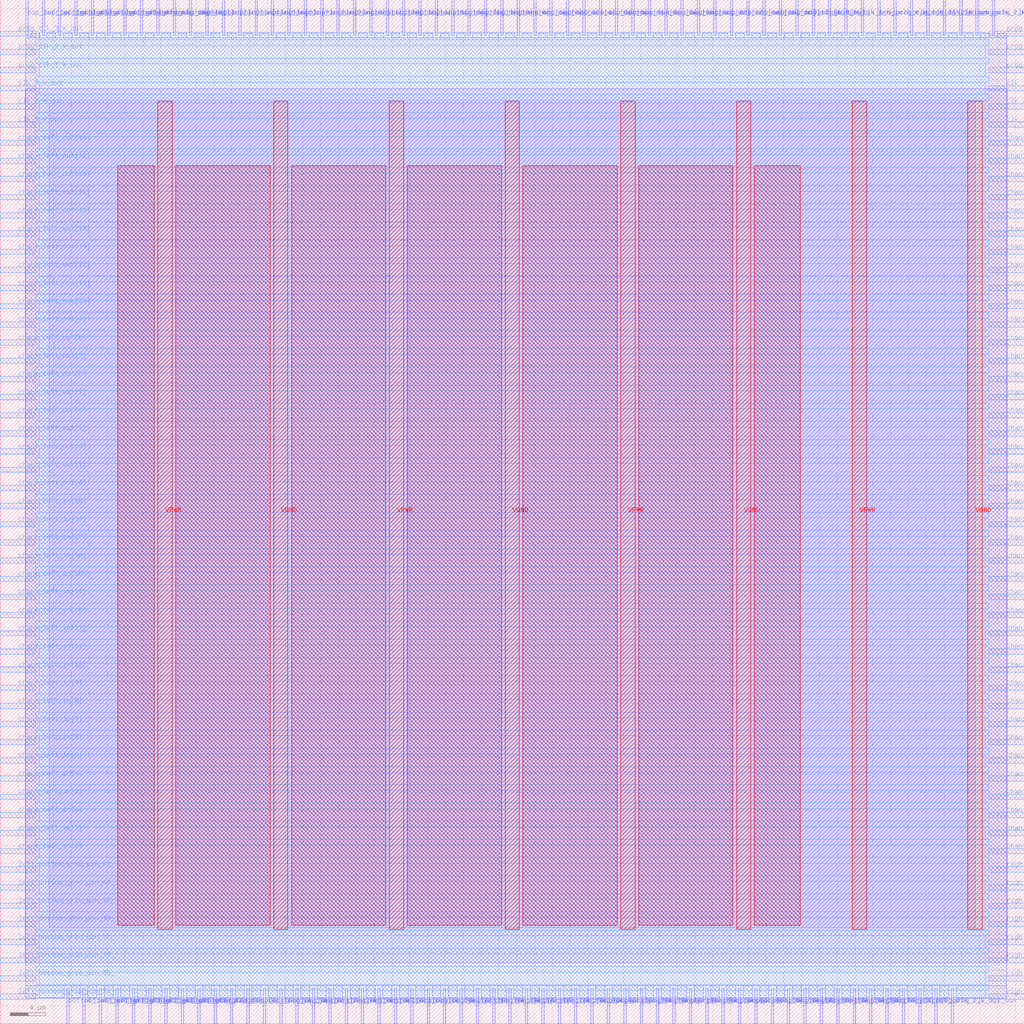
<source format=lef>
VERSION 5.7 ;
  NOWIREEXTENSIONATPIN ON ;
  DIVIDERCHAR "/" ;
  BUSBITCHARS "[]" ;
MACRO sb_1__1_
  CLASS BLOCK ;
  FOREIGN sb_1__1_ ;
  ORIGIN 0.000 0.000 ;
  SIZE 115.000 BY 115.000 ;
  PIN Test_en_N_out
    DIRECTION OUTPUT TRISTATE ;
    USE SIGNAL ;
    PORT
      LAYER met2 ;
        RECT 91.170 111.000 91.450 115.000 ;
    END
  END Test_en_N_out
  PIN Test_en_S_in
    DIRECTION INPUT ;
    USE SIGNAL ;
    PORT
      LAYER met2 ;
        RECT 99.450 0.000 99.730 4.000 ;
    END
  END Test_en_S_in
  PIN VGND
    DIRECTION INOUT ;
    USE GROUND ;
    PORT
      LAYER met4 ;
        RECT 30.710 10.640 32.310 103.600 ;
    END
    PORT
      LAYER met4 ;
        RECT 56.700 10.640 58.300 103.600 ;
    END
    PORT
      LAYER met4 ;
        RECT 82.690 10.640 84.290 103.600 ;
    END
    PORT
      LAYER met4 ;
        RECT 108.680 10.640 110.280 103.600 ;
    END
  END VGND
  PIN VPWR
    DIRECTION INOUT ;
    USE POWER ;
    PORT
      LAYER met4 ;
        RECT 17.715 10.640 19.315 103.600 ;
    END
    PORT
      LAYER met4 ;
        RECT 43.705 10.640 45.305 103.600 ;
    END
    PORT
      LAYER met4 ;
        RECT 69.695 10.640 71.295 103.600 ;
    END
    PORT
      LAYER met4 ;
        RECT 95.685 10.640 97.285 103.600 ;
    END
  END VPWR
  PIN bottom_left_grid_pin_42_
    DIRECTION INPUT ;
    USE SIGNAL ;
    PORT
      LAYER met2 ;
        RECT 7.450 0.000 7.730 4.000 ;
    END
  END bottom_left_grid_pin_42_
  PIN bottom_left_grid_pin_43_
    DIRECTION INPUT ;
    USE SIGNAL ;
    PORT
      LAYER met2 ;
        RECT 9.290 0.000 9.570 4.000 ;
    END
  END bottom_left_grid_pin_43_
  PIN bottom_left_grid_pin_44_
    DIRECTION INPUT ;
    USE SIGNAL ;
    PORT
      LAYER met2 ;
        RECT 11.130 0.000 11.410 4.000 ;
    END
  END bottom_left_grid_pin_44_
  PIN bottom_left_grid_pin_45_
    DIRECTION INPUT ;
    USE SIGNAL ;
    PORT
      LAYER met2 ;
        RECT 12.970 0.000 13.250 4.000 ;
    END
  END bottom_left_grid_pin_45_
  PIN bottom_left_grid_pin_46_
    DIRECTION INPUT ;
    USE SIGNAL ;
    PORT
      LAYER met2 ;
        RECT 14.810 0.000 15.090 4.000 ;
    END
  END bottom_left_grid_pin_46_
  PIN bottom_left_grid_pin_47_
    DIRECTION INPUT ;
    USE SIGNAL ;
    PORT
      LAYER met2 ;
        RECT 16.650 0.000 16.930 4.000 ;
    END
  END bottom_left_grid_pin_47_
  PIN bottom_left_grid_pin_48_
    DIRECTION INPUT ;
    USE SIGNAL ;
    PORT
      LAYER met2 ;
        RECT 18.490 0.000 18.770 4.000 ;
    END
  END bottom_left_grid_pin_48_
  PIN bottom_left_grid_pin_49_
    DIRECTION INPUT ;
    USE SIGNAL ;
    PORT
      LAYER met2 ;
        RECT 20.330 0.000 20.610 4.000 ;
    END
  END bottom_left_grid_pin_49_
  PIN ccff_head
    DIRECTION INPUT ;
    USE SIGNAL ;
    PORT
      LAYER met2 ;
        RECT 22.170 0.000 22.450 4.000 ;
    END
  END ccff_head
  PIN ccff_tail
    DIRECTION OUTPUT TRISTATE ;
    USE SIGNAL ;
    PORT
      LAYER met2 ;
        RECT 24.010 0.000 24.290 4.000 ;
    END
  END ccff_tail
  PIN chanx_left_in[0]
    DIRECTION INPUT ;
    USE SIGNAL ;
    PORT
      LAYER met3 ;
        RECT 0.000 19.080 4.000 19.680 ;
    END
  END chanx_left_in[0]
  PIN chanx_left_in[10]
    DIRECTION INPUT ;
    USE SIGNAL ;
    PORT
      LAYER met3 ;
        RECT 0.000 39.480 4.000 40.080 ;
    END
  END chanx_left_in[10]
  PIN chanx_left_in[11]
    DIRECTION INPUT ;
    USE SIGNAL ;
    PORT
      LAYER met3 ;
        RECT 0.000 41.520 4.000 42.120 ;
    END
  END chanx_left_in[11]
  PIN chanx_left_in[12]
    DIRECTION INPUT ;
    USE SIGNAL ;
    PORT
      LAYER met3 ;
        RECT 0.000 43.560 4.000 44.160 ;
    END
  END chanx_left_in[12]
  PIN chanx_left_in[13]
    DIRECTION INPUT ;
    USE SIGNAL ;
    PORT
      LAYER met3 ;
        RECT 0.000 45.600 4.000 46.200 ;
    END
  END chanx_left_in[13]
  PIN chanx_left_in[14]
    DIRECTION INPUT ;
    USE SIGNAL ;
    PORT
      LAYER met3 ;
        RECT 0.000 47.640 4.000 48.240 ;
    END
  END chanx_left_in[14]
  PIN chanx_left_in[15]
    DIRECTION INPUT ;
    USE SIGNAL ;
    PORT
      LAYER met3 ;
        RECT 0.000 49.680 4.000 50.280 ;
    END
  END chanx_left_in[15]
  PIN chanx_left_in[16]
    DIRECTION INPUT ;
    USE SIGNAL ;
    PORT
      LAYER met3 ;
        RECT 0.000 51.720 4.000 52.320 ;
    END
  END chanx_left_in[16]
  PIN chanx_left_in[17]
    DIRECTION INPUT ;
    USE SIGNAL ;
    PORT
      LAYER met3 ;
        RECT 0.000 53.760 4.000 54.360 ;
    END
  END chanx_left_in[17]
  PIN chanx_left_in[18]
    DIRECTION INPUT ;
    USE SIGNAL ;
    PORT
      LAYER met3 ;
        RECT 0.000 55.800 4.000 56.400 ;
    END
  END chanx_left_in[18]
  PIN chanx_left_in[19]
    DIRECTION INPUT ;
    USE SIGNAL ;
    PORT
      LAYER met3 ;
        RECT 0.000 57.840 4.000 58.440 ;
    END
  END chanx_left_in[19]
  PIN chanx_left_in[1]
    DIRECTION INPUT ;
    USE SIGNAL ;
    PORT
      LAYER met3 ;
        RECT 0.000 21.120 4.000 21.720 ;
    END
  END chanx_left_in[1]
  PIN chanx_left_in[2]
    DIRECTION INPUT ;
    USE SIGNAL ;
    PORT
      LAYER met3 ;
        RECT 0.000 23.160 4.000 23.760 ;
    END
  END chanx_left_in[2]
  PIN chanx_left_in[3]
    DIRECTION INPUT ;
    USE SIGNAL ;
    PORT
      LAYER met3 ;
        RECT 0.000 25.200 4.000 25.800 ;
    END
  END chanx_left_in[3]
  PIN chanx_left_in[4]
    DIRECTION INPUT ;
    USE SIGNAL ;
    PORT
      LAYER met3 ;
        RECT 0.000 27.240 4.000 27.840 ;
    END
  END chanx_left_in[4]
  PIN chanx_left_in[5]
    DIRECTION INPUT ;
    USE SIGNAL ;
    PORT
      LAYER met3 ;
        RECT 0.000 29.280 4.000 29.880 ;
    END
  END chanx_left_in[5]
  PIN chanx_left_in[6]
    DIRECTION INPUT ;
    USE SIGNAL ;
    PORT
      LAYER met3 ;
        RECT 0.000 31.320 4.000 31.920 ;
    END
  END chanx_left_in[6]
  PIN chanx_left_in[7]
    DIRECTION INPUT ;
    USE SIGNAL ;
    PORT
      LAYER met3 ;
        RECT 0.000 33.360 4.000 33.960 ;
    END
  END chanx_left_in[7]
  PIN chanx_left_in[8]
    DIRECTION INPUT ;
    USE SIGNAL ;
    PORT
      LAYER met3 ;
        RECT 0.000 35.400 4.000 36.000 ;
    END
  END chanx_left_in[8]
  PIN chanx_left_in[9]
    DIRECTION INPUT ;
    USE SIGNAL ;
    PORT
      LAYER met3 ;
        RECT 0.000 37.440 4.000 38.040 ;
    END
  END chanx_left_in[9]
  PIN chanx_left_out[0]
    DIRECTION OUTPUT TRISTATE ;
    USE SIGNAL ;
    PORT
      LAYER met3 ;
        RECT 0.000 59.880 4.000 60.480 ;
    END
  END chanx_left_out[0]
  PIN chanx_left_out[10]
    DIRECTION OUTPUT TRISTATE ;
    USE SIGNAL ;
    PORT
      LAYER met3 ;
        RECT 0.000 80.280 4.000 80.880 ;
    END
  END chanx_left_out[10]
  PIN chanx_left_out[11]
    DIRECTION OUTPUT TRISTATE ;
    USE SIGNAL ;
    PORT
      LAYER met3 ;
        RECT 0.000 82.320 4.000 82.920 ;
    END
  END chanx_left_out[11]
  PIN chanx_left_out[12]
    DIRECTION OUTPUT TRISTATE ;
    USE SIGNAL ;
    PORT
      LAYER met3 ;
        RECT 0.000 84.360 4.000 84.960 ;
    END
  END chanx_left_out[12]
  PIN chanx_left_out[13]
    DIRECTION OUTPUT TRISTATE ;
    USE SIGNAL ;
    PORT
      LAYER met3 ;
        RECT 0.000 86.400 4.000 87.000 ;
    END
  END chanx_left_out[13]
  PIN chanx_left_out[14]
    DIRECTION OUTPUT TRISTATE ;
    USE SIGNAL ;
    PORT
      LAYER met3 ;
        RECT 0.000 88.440 4.000 89.040 ;
    END
  END chanx_left_out[14]
  PIN chanx_left_out[15]
    DIRECTION OUTPUT TRISTATE ;
    USE SIGNAL ;
    PORT
      LAYER met3 ;
        RECT 0.000 90.480 4.000 91.080 ;
    END
  END chanx_left_out[15]
  PIN chanx_left_out[16]
    DIRECTION OUTPUT TRISTATE ;
    USE SIGNAL ;
    PORT
      LAYER met3 ;
        RECT 0.000 92.520 4.000 93.120 ;
    END
  END chanx_left_out[16]
  PIN chanx_left_out[17]
    DIRECTION OUTPUT TRISTATE ;
    USE SIGNAL ;
    PORT
      LAYER met3 ;
        RECT 0.000 94.560 4.000 95.160 ;
    END
  END chanx_left_out[17]
  PIN chanx_left_out[18]
    DIRECTION OUTPUT TRISTATE ;
    USE SIGNAL ;
    PORT
      LAYER met3 ;
        RECT 0.000 96.600 4.000 97.200 ;
    END
  END chanx_left_out[18]
  PIN chanx_left_out[19]
    DIRECTION OUTPUT TRISTATE ;
    USE SIGNAL ;
    PORT
      LAYER met3 ;
        RECT 0.000 98.640 4.000 99.240 ;
    END
  END chanx_left_out[19]
  PIN chanx_left_out[1]
    DIRECTION OUTPUT TRISTATE ;
    USE SIGNAL ;
    PORT
      LAYER met3 ;
        RECT 0.000 61.920 4.000 62.520 ;
    END
  END chanx_left_out[1]
  PIN chanx_left_out[2]
    DIRECTION OUTPUT TRISTATE ;
    USE SIGNAL ;
    PORT
      LAYER met3 ;
        RECT 0.000 63.960 4.000 64.560 ;
    END
  END chanx_left_out[2]
  PIN chanx_left_out[3]
    DIRECTION OUTPUT TRISTATE ;
    USE SIGNAL ;
    PORT
      LAYER met3 ;
        RECT 0.000 66.000 4.000 66.600 ;
    END
  END chanx_left_out[3]
  PIN chanx_left_out[4]
    DIRECTION OUTPUT TRISTATE ;
    USE SIGNAL ;
    PORT
      LAYER met3 ;
        RECT 0.000 68.040 4.000 68.640 ;
    END
  END chanx_left_out[4]
  PIN chanx_left_out[5]
    DIRECTION OUTPUT TRISTATE ;
    USE SIGNAL ;
    PORT
      LAYER met3 ;
        RECT 0.000 70.080 4.000 70.680 ;
    END
  END chanx_left_out[5]
  PIN chanx_left_out[6]
    DIRECTION OUTPUT TRISTATE ;
    USE SIGNAL ;
    PORT
      LAYER met3 ;
        RECT 0.000 72.120 4.000 72.720 ;
    END
  END chanx_left_out[6]
  PIN chanx_left_out[7]
    DIRECTION OUTPUT TRISTATE ;
    USE SIGNAL ;
    PORT
      LAYER met3 ;
        RECT 0.000 74.160 4.000 74.760 ;
    END
  END chanx_left_out[7]
  PIN chanx_left_out[8]
    DIRECTION OUTPUT TRISTATE ;
    USE SIGNAL ;
    PORT
      LAYER met3 ;
        RECT 0.000 76.200 4.000 76.800 ;
    END
  END chanx_left_out[8]
  PIN chanx_left_out[9]
    DIRECTION OUTPUT TRISTATE ;
    USE SIGNAL ;
    PORT
      LAYER met3 ;
        RECT 0.000 78.240 4.000 78.840 ;
    END
  END chanx_left_out[9]
  PIN chanx_right_in[0]
    DIRECTION INPUT ;
    USE SIGNAL ;
    PORT
      LAYER met3 ;
        RECT 111.000 19.080 115.000 19.680 ;
    END
  END chanx_right_in[0]
  PIN chanx_right_in[10]
    DIRECTION INPUT ;
    USE SIGNAL ;
    PORT
      LAYER met3 ;
        RECT 111.000 39.480 115.000 40.080 ;
    END
  END chanx_right_in[10]
  PIN chanx_right_in[11]
    DIRECTION INPUT ;
    USE SIGNAL ;
    PORT
      LAYER met3 ;
        RECT 111.000 41.520 115.000 42.120 ;
    END
  END chanx_right_in[11]
  PIN chanx_right_in[12]
    DIRECTION INPUT ;
    USE SIGNAL ;
    PORT
      LAYER met3 ;
        RECT 111.000 43.560 115.000 44.160 ;
    END
  END chanx_right_in[12]
  PIN chanx_right_in[13]
    DIRECTION INPUT ;
    USE SIGNAL ;
    PORT
      LAYER met3 ;
        RECT 111.000 45.600 115.000 46.200 ;
    END
  END chanx_right_in[13]
  PIN chanx_right_in[14]
    DIRECTION INPUT ;
    USE SIGNAL ;
    PORT
      LAYER met3 ;
        RECT 111.000 47.640 115.000 48.240 ;
    END
  END chanx_right_in[14]
  PIN chanx_right_in[15]
    DIRECTION INPUT ;
    USE SIGNAL ;
    PORT
      LAYER met3 ;
        RECT 111.000 49.680 115.000 50.280 ;
    END
  END chanx_right_in[15]
  PIN chanx_right_in[16]
    DIRECTION INPUT ;
    USE SIGNAL ;
    PORT
      LAYER met3 ;
        RECT 111.000 51.720 115.000 52.320 ;
    END
  END chanx_right_in[16]
  PIN chanx_right_in[17]
    DIRECTION INPUT ;
    USE SIGNAL ;
    PORT
      LAYER met3 ;
        RECT 111.000 53.760 115.000 54.360 ;
    END
  END chanx_right_in[17]
  PIN chanx_right_in[18]
    DIRECTION INPUT ;
    USE SIGNAL ;
    PORT
      LAYER met3 ;
        RECT 111.000 55.800 115.000 56.400 ;
    END
  END chanx_right_in[18]
  PIN chanx_right_in[19]
    DIRECTION INPUT ;
    USE SIGNAL ;
    PORT
      LAYER met3 ;
        RECT 111.000 57.840 115.000 58.440 ;
    END
  END chanx_right_in[19]
  PIN chanx_right_in[1]
    DIRECTION INPUT ;
    USE SIGNAL ;
    PORT
      LAYER met3 ;
        RECT 111.000 21.120 115.000 21.720 ;
    END
  END chanx_right_in[1]
  PIN chanx_right_in[2]
    DIRECTION INPUT ;
    USE SIGNAL ;
    PORT
      LAYER met3 ;
        RECT 111.000 23.160 115.000 23.760 ;
    END
  END chanx_right_in[2]
  PIN chanx_right_in[3]
    DIRECTION INPUT ;
    USE SIGNAL ;
    PORT
      LAYER met3 ;
        RECT 111.000 25.200 115.000 25.800 ;
    END
  END chanx_right_in[3]
  PIN chanx_right_in[4]
    DIRECTION INPUT ;
    USE SIGNAL ;
    PORT
      LAYER met3 ;
        RECT 111.000 27.240 115.000 27.840 ;
    END
  END chanx_right_in[4]
  PIN chanx_right_in[5]
    DIRECTION INPUT ;
    USE SIGNAL ;
    PORT
      LAYER met3 ;
        RECT 111.000 29.280 115.000 29.880 ;
    END
  END chanx_right_in[5]
  PIN chanx_right_in[6]
    DIRECTION INPUT ;
    USE SIGNAL ;
    PORT
      LAYER met3 ;
        RECT 111.000 31.320 115.000 31.920 ;
    END
  END chanx_right_in[6]
  PIN chanx_right_in[7]
    DIRECTION INPUT ;
    USE SIGNAL ;
    PORT
      LAYER met3 ;
        RECT 111.000 33.360 115.000 33.960 ;
    END
  END chanx_right_in[7]
  PIN chanx_right_in[8]
    DIRECTION INPUT ;
    USE SIGNAL ;
    PORT
      LAYER met3 ;
        RECT 111.000 35.400 115.000 36.000 ;
    END
  END chanx_right_in[8]
  PIN chanx_right_in[9]
    DIRECTION INPUT ;
    USE SIGNAL ;
    PORT
      LAYER met3 ;
        RECT 111.000 37.440 115.000 38.040 ;
    END
  END chanx_right_in[9]
  PIN chanx_right_out[0]
    DIRECTION OUTPUT TRISTATE ;
    USE SIGNAL ;
    PORT
      LAYER met3 ;
        RECT 111.000 59.880 115.000 60.480 ;
    END
  END chanx_right_out[0]
  PIN chanx_right_out[10]
    DIRECTION OUTPUT TRISTATE ;
    USE SIGNAL ;
    PORT
      LAYER met3 ;
        RECT 111.000 80.280 115.000 80.880 ;
    END
  END chanx_right_out[10]
  PIN chanx_right_out[11]
    DIRECTION OUTPUT TRISTATE ;
    USE SIGNAL ;
    PORT
      LAYER met3 ;
        RECT 111.000 82.320 115.000 82.920 ;
    END
  END chanx_right_out[11]
  PIN chanx_right_out[12]
    DIRECTION OUTPUT TRISTATE ;
    USE SIGNAL ;
    PORT
      LAYER met3 ;
        RECT 111.000 84.360 115.000 84.960 ;
    END
  END chanx_right_out[12]
  PIN chanx_right_out[13]
    DIRECTION OUTPUT TRISTATE ;
    USE SIGNAL ;
    PORT
      LAYER met3 ;
        RECT 111.000 86.400 115.000 87.000 ;
    END
  END chanx_right_out[13]
  PIN chanx_right_out[14]
    DIRECTION OUTPUT TRISTATE ;
    USE SIGNAL ;
    PORT
      LAYER met3 ;
        RECT 111.000 88.440 115.000 89.040 ;
    END
  END chanx_right_out[14]
  PIN chanx_right_out[15]
    DIRECTION OUTPUT TRISTATE ;
    USE SIGNAL ;
    PORT
      LAYER met3 ;
        RECT 111.000 90.480 115.000 91.080 ;
    END
  END chanx_right_out[15]
  PIN chanx_right_out[16]
    DIRECTION OUTPUT TRISTATE ;
    USE SIGNAL ;
    PORT
      LAYER met3 ;
        RECT 111.000 92.520 115.000 93.120 ;
    END
  END chanx_right_out[16]
  PIN chanx_right_out[17]
    DIRECTION OUTPUT TRISTATE ;
    USE SIGNAL ;
    PORT
      LAYER met3 ;
        RECT 111.000 94.560 115.000 95.160 ;
    END
  END chanx_right_out[17]
  PIN chanx_right_out[18]
    DIRECTION OUTPUT TRISTATE ;
    USE SIGNAL ;
    PORT
      LAYER met3 ;
        RECT 111.000 96.600 115.000 97.200 ;
    END
  END chanx_right_out[18]
  PIN chanx_right_out[19]
    DIRECTION OUTPUT TRISTATE ;
    USE SIGNAL ;
    PORT
      LAYER met3 ;
        RECT 111.000 98.640 115.000 99.240 ;
    END
  END chanx_right_out[19]
  PIN chanx_right_out[1]
    DIRECTION OUTPUT TRISTATE ;
    USE SIGNAL ;
    PORT
      LAYER met3 ;
        RECT 111.000 61.920 115.000 62.520 ;
    END
  END chanx_right_out[1]
  PIN chanx_right_out[2]
    DIRECTION OUTPUT TRISTATE ;
    USE SIGNAL ;
    PORT
      LAYER met3 ;
        RECT 111.000 63.960 115.000 64.560 ;
    END
  END chanx_right_out[2]
  PIN chanx_right_out[3]
    DIRECTION OUTPUT TRISTATE ;
    USE SIGNAL ;
    PORT
      LAYER met3 ;
        RECT 111.000 66.000 115.000 66.600 ;
    END
  END chanx_right_out[3]
  PIN chanx_right_out[4]
    DIRECTION OUTPUT TRISTATE ;
    USE SIGNAL ;
    PORT
      LAYER met3 ;
        RECT 111.000 68.040 115.000 68.640 ;
    END
  END chanx_right_out[4]
  PIN chanx_right_out[5]
    DIRECTION OUTPUT TRISTATE ;
    USE SIGNAL ;
    PORT
      LAYER met3 ;
        RECT 111.000 70.080 115.000 70.680 ;
    END
  END chanx_right_out[5]
  PIN chanx_right_out[6]
    DIRECTION OUTPUT TRISTATE ;
    USE SIGNAL ;
    PORT
      LAYER met3 ;
        RECT 111.000 72.120 115.000 72.720 ;
    END
  END chanx_right_out[6]
  PIN chanx_right_out[7]
    DIRECTION OUTPUT TRISTATE ;
    USE SIGNAL ;
    PORT
      LAYER met3 ;
        RECT 111.000 74.160 115.000 74.760 ;
    END
  END chanx_right_out[7]
  PIN chanx_right_out[8]
    DIRECTION OUTPUT TRISTATE ;
    USE SIGNAL ;
    PORT
      LAYER met3 ;
        RECT 111.000 76.200 115.000 76.800 ;
    END
  END chanx_right_out[8]
  PIN chanx_right_out[9]
    DIRECTION OUTPUT TRISTATE ;
    USE SIGNAL ;
    PORT
      LAYER met3 ;
        RECT 111.000 78.240 115.000 78.840 ;
    END
  END chanx_right_out[9]
  PIN chany_bottom_in[0]
    DIRECTION INPUT ;
    USE SIGNAL ;
    PORT
      LAYER met2 ;
        RECT 25.850 0.000 26.130 4.000 ;
    END
  END chany_bottom_in[0]
  PIN chany_bottom_in[10]
    DIRECTION INPUT ;
    USE SIGNAL ;
    PORT
      LAYER met2 ;
        RECT 44.250 0.000 44.530 4.000 ;
    END
  END chany_bottom_in[10]
  PIN chany_bottom_in[11]
    DIRECTION INPUT ;
    USE SIGNAL ;
    PORT
      LAYER met2 ;
        RECT 46.090 0.000 46.370 4.000 ;
    END
  END chany_bottom_in[11]
  PIN chany_bottom_in[12]
    DIRECTION INPUT ;
    USE SIGNAL ;
    PORT
      LAYER met2 ;
        RECT 47.930 0.000 48.210 4.000 ;
    END
  END chany_bottom_in[12]
  PIN chany_bottom_in[13]
    DIRECTION INPUT ;
    USE SIGNAL ;
    PORT
      LAYER met2 ;
        RECT 49.770 0.000 50.050 4.000 ;
    END
  END chany_bottom_in[13]
  PIN chany_bottom_in[14]
    DIRECTION INPUT ;
    USE SIGNAL ;
    PORT
      LAYER met2 ;
        RECT 51.610 0.000 51.890 4.000 ;
    END
  END chany_bottom_in[14]
  PIN chany_bottom_in[15]
    DIRECTION INPUT ;
    USE SIGNAL ;
    PORT
      LAYER met2 ;
        RECT 53.450 0.000 53.730 4.000 ;
    END
  END chany_bottom_in[15]
  PIN chany_bottom_in[16]
    DIRECTION INPUT ;
    USE SIGNAL ;
    PORT
      LAYER met2 ;
        RECT 55.290 0.000 55.570 4.000 ;
    END
  END chany_bottom_in[16]
  PIN chany_bottom_in[17]
    DIRECTION INPUT ;
    USE SIGNAL ;
    PORT
      LAYER met2 ;
        RECT 57.130 0.000 57.410 4.000 ;
    END
  END chany_bottom_in[17]
  PIN chany_bottom_in[18]
    DIRECTION INPUT ;
    USE SIGNAL ;
    PORT
      LAYER met2 ;
        RECT 58.970 0.000 59.250 4.000 ;
    END
  END chany_bottom_in[18]
  PIN chany_bottom_in[19]
    DIRECTION INPUT ;
    USE SIGNAL ;
    PORT
      LAYER met2 ;
        RECT 60.810 0.000 61.090 4.000 ;
    END
  END chany_bottom_in[19]
  PIN chany_bottom_in[1]
    DIRECTION INPUT ;
    USE SIGNAL ;
    PORT
      LAYER met2 ;
        RECT 27.690 0.000 27.970 4.000 ;
    END
  END chany_bottom_in[1]
  PIN chany_bottom_in[2]
    DIRECTION INPUT ;
    USE SIGNAL ;
    PORT
      LAYER met2 ;
        RECT 29.530 0.000 29.810 4.000 ;
    END
  END chany_bottom_in[2]
  PIN chany_bottom_in[3]
    DIRECTION INPUT ;
    USE SIGNAL ;
    PORT
      LAYER met2 ;
        RECT 31.370 0.000 31.650 4.000 ;
    END
  END chany_bottom_in[3]
  PIN chany_bottom_in[4]
    DIRECTION INPUT ;
    USE SIGNAL ;
    PORT
      LAYER met2 ;
        RECT 33.210 0.000 33.490 4.000 ;
    END
  END chany_bottom_in[4]
  PIN chany_bottom_in[5]
    DIRECTION INPUT ;
    USE SIGNAL ;
    PORT
      LAYER met2 ;
        RECT 35.050 0.000 35.330 4.000 ;
    END
  END chany_bottom_in[5]
  PIN chany_bottom_in[6]
    DIRECTION INPUT ;
    USE SIGNAL ;
    PORT
      LAYER met2 ;
        RECT 36.890 0.000 37.170 4.000 ;
    END
  END chany_bottom_in[6]
  PIN chany_bottom_in[7]
    DIRECTION INPUT ;
    USE SIGNAL ;
    PORT
      LAYER met2 ;
        RECT 38.730 0.000 39.010 4.000 ;
    END
  END chany_bottom_in[7]
  PIN chany_bottom_in[8]
    DIRECTION INPUT ;
    USE SIGNAL ;
    PORT
      LAYER met2 ;
        RECT 40.570 0.000 40.850 4.000 ;
    END
  END chany_bottom_in[8]
  PIN chany_bottom_in[9]
    DIRECTION INPUT ;
    USE SIGNAL ;
    PORT
      LAYER met2 ;
        RECT 42.410 0.000 42.690 4.000 ;
    END
  END chany_bottom_in[9]
  PIN chany_bottom_out[0]
    DIRECTION OUTPUT TRISTATE ;
    USE SIGNAL ;
    PORT
      LAYER met2 ;
        RECT 62.650 0.000 62.930 4.000 ;
    END
  END chany_bottom_out[0]
  PIN chany_bottom_out[10]
    DIRECTION OUTPUT TRISTATE ;
    USE SIGNAL ;
    PORT
      LAYER met2 ;
        RECT 81.050 0.000 81.330 4.000 ;
    END
  END chany_bottom_out[10]
  PIN chany_bottom_out[11]
    DIRECTION OUTPUT TRISTATE ;
    USE SIGNAL ;
    PORT
      LAYER met2 ;
        RECT 82.890 0.000 83.170 4.000 ;
    END
  END chany_bottom_out[11]
  PIN chany_bottom_out[12]
    DIRECTION OUTPUT TRISTATE ;
    USE SIGNAL ;
    PORT
      LAYER met2 ;
        RECT 84.730 0.000 85.010 4.000 ;
    END
  END chany_bottom_out[12]
  PIN chany_bottom_out[13]
    DIRECTION OUTPUT TRISTATE ;
    USE SIGNAL ;
    PORT
      LAYER met2 ;
        RECT 86.570 0.000 86.850 4.000 ;
    END
  END chany_bottom_out[13]
  PIN chany_bottom_out[14]
    DIRECTION OUTPUT TRISTATE ;
    USE SIGNAL ;
    PORT
      LAYER met2 ;
        RECT 88.410 0.000 88.690 4.000 ;
    END
  END chany_bottom_out[14]
  PIN chany_bottom_out[15]
    DIRECTION OUTPUT TRISTATE ;
    USE SIGNAL ;
    PORT
      LAYER met2 ;
        RECT 90.250 0.000 90.530 4.000 ;
    END
  END chany_bottom_out[15]
  PIN chany_bottom_out[16]
    DIRECTION OUTPUT TRISTATE ;
    USE SIGNAL ;
    PORT
      LAYER met2 ;
        RECT 92.090 0.000 92.370 4.000 ;
    END
  END chany_bottom_out[16]
  PIN chany_bottom_out[17]
    DIRECTION OUTPUT TRISTATE ;
    USE SIGNAL ;
    PORT
      LAYER met2 ;
        RECT 93.930 0.000 94.210 4.000 ;
    END
  END chany_bottom_out[17]
  PIN chany_bottom_out[18]
    DIRECTION OUTPUT TRISTATE ;
    USE SIGNAL ;
    PORT
      LAYER met2 ;
        RECT 95.770 0.000 96.050 4.000 ;
    END
  END chany_bottom_out[18]
  PIN chany_bottom_out[19]
    DIRECTION OUTPUT TRISTATE ;
    USE SIGNAL ;
    PORT
      LAYER met2 ;
        RECT 97.610 0.000 97.890 4.000 ;
    END
  END chany_bottom_out[19]
  PIN chany_bottom_out[1]
    DIRECTION OUTPUT TRISTATE ;
    USE SIGNAL ;
    PORT
      LAYER met2 ;
        RECT 64.490 0.000 64.770 4.000 ;
    END
  END chany_bottom_out[1]
  PIN chany_bottom_out[2]
    DIRECTION OUTPUT TRISTATE ;
    USE SIGNAL ;
    PORT
      LAYER met2 ;
        RECT 66.330 0.000 66.610 4.000 ;
    END
  END chany_bottom_out[2]
  PIN chany_bottom_out[3]
    DIRECTION OUTPUT TRISTATE ;
    USE SIGNAL ;
    PORT
      LAYER met2 ;
        RECT 68.170 0.000 68.450 4.000 ;
    END
  END chany_bottom_out[3]
  PIN chany_bottom_out[4]
    DIRECTION OUTPUT TRISTATE ;
    USE SIGNAL ;
    PORT
      LAYER met2 ;
        RECT 70.010 0.000 70.290 4.000 ;
    END
  END chany_bottom_out[4]
  PIN chany_bottom_out[5]
    DIRECTION OUTPUT TRISTATE ;
    USE SIGNAL ;
    PORT
      LAYER met2 ;
        RECT 71.850 0.000 72.130 4.000 ;
    END
  END chany_bottom_out[5]
  PIN chany_bottom_out[6]
    DIRECTION OUTPUT TRISTATE ;
    USE SIGNAL ;
    PORT
      LAYER met2 ;
        RECT 73.690 0.000 73.970 4.000 ;
    END
  END chany_bottom_out[6]
  PIN chany_bottom_out[7]
    DIRECTION OUTPUT TRISTATE ;
    USE SIGNAL ;
    PORT
      LAYER met2 ;
        RECT 75.530 0.000 75.810 4.000 ;
    END
  END chany_bottom_out[7]
  PIN chany_bottom_out[8]
    DIRECTION OUTPUT TRISTATE ;
    USE SIGNAL ;
    PORT
      LAYER met2 ;
        RECT 77.370 0.000 77.650 4.000 ;
    END
  END chany_bottom_out[8]
  PIN chany_bottom_out[9]
    DIRECTION OUTPUT TRISTATE ;
    USE SIGNAL ;
    PORT
      LAYER met2 ;
        RECT 79.210 0.000 79.490 4.000 ;
    END
  END chany_bottom_out[9]
  PIN chany_top_in[0]
    DIRECTION INPUT ;
    USE SIGNAL ;
    PORT
      LAYER met2 ;
        RECT 17.570 111.000 17.850 115.000 ;
    END
  END chany_top_in[0]
  PIN chany_top_in[10]
    DIRECTION INPUT ;
    USE SIGNAL ;
    PORT
      LAYER met2 ;
        RECT 35.970 111.000 36.250 115.000 ;
    END
  END chany_top_in[10]
  PIN chany_top_in[11]
    DIRECTION INPUT ;
    USE SIGNAL ;
    PORT
      LAYER met2 ;
        RECT 37.810 111.000 38.090 115.000 ;
    END
  END chany_top_in[11]
  PIN chany_top_in[12]
    DIRECTION INPUT ;
    USE SIGNAL ;
    PORT
      LAYER met2 ;
        RECT 39.650 111.000 39.930 115.000 ;
    END
  END chany_top_in[12]
  PIN chany_top_in[13]
    DIRECTION INPUT ;
    USE SIGNAL ;
    PORT
      LAYER met2 ;
        RECT 41.490 111.000 41.770 115.000 ;
    END
  END chany_top_in[13]
  PIN chany_top_in[14]
    DIRECTION INPUT ;
    USE SIGNAL ;
    PORT
      LAYER met2 ;
        RECT 43.330 111.000 43.610 115.000 ;
    END
  END chany_top_in[14]
  PIN chany_top_in[15]
    DIRECTION INPUT ;
    USE SIGNAL ;
    PORT
      LAYER met2 ;
        RECT 45.170 111.000 45.450 115.000 ;
    END
  END chany_top_in[15]
  PIN chany_top_in[16]
    DIRECTION INPUT ;
    USE SIGNAL ;
    PORT
      LAYER met2 ;
        RECT 47.010 111.000 47.290 115.000 ;
    END
  END chany_top_in[16]
  PIN chany_top_in[17]
    DIRECTION INPUT ;
    USE SIGNAL ;
    PORT
      LAYER met2 ;
        RECT 48.850 111.000 49.130 115.000 ;
    END
  END chany_top_in[17]
  PIN chany_top_in[18]
    DIRECTION INPUT ;
    USE SIGNAL ;
    PORT
      LAYER met2 ;
        RECT 50.690 111.000 50.970 115.000 ;
    END
  END chany_top_in[18]
  PIN chany_top_in[19]
    DIRECTION INPUT ;
    USE SIGNAL ;
    PORT
      LAYER met2 ;
        RECT 52.530 111.000 52.810 115.000 ;
    END
  END chany_top_in[19]
  PIN chany_top_in[1]
    DIRECTION INPUT ;
    USE SIGNAL ;
    PORT
      LAYER met2 ;
        RECT 19.410 111.000 19.690 115.000 ;
    END
  END chany_top_in[1]
  PIN chany_top_in[2]
    DIRECTION INPUT ;
    USE SIGNAL ;
    PORT
      LAYER met2 ;
        RECT 21.250 111.000 21.530 115.000 ;
    END
  END chany_top_in[2]
  PIN chany_top_in[3]
    DIRECTION INPUT ;
    USE SIGNAL ;
    PORT
      LAYER met2 ;
        RECT 23.090 111.000 23.370 115.000 ;
    END
  END chany_top_in[3]
  PIN chany_top_in[4]
    DIRECTION INPUT ;
    USE SIGNAL ;
    PORT
      LAYER met2 ;
        RECT 24.930 111.000 25.210 115.000 ;
    END
  END chany_top_in[4]
  PIN chany_top_in[5]
    DIRECTION INPUT ;
    USE SIGNAL ;
    PORT
      LAYER met2 ;
        RECT 26.770 111.000 27.050 115.000 ;
    END
  END chany_top_in[5]
  PIN chany_top_in[6]
    DIRECTION INPUT ;
    USE SIGNAL ;
    PORT
      LAYER met2 ;
        RECT 28.610 111.000 28.890 115.000 ;
    END
  END chany_top_in[6]
  PIN chany_top_in[7]
    DIRECTION INPUT ;
    USE SIGNAL ;
    PORT
      LAYER met2 ;
        RECT 30.450 111.000 30.730 115.000 ;
    END
  END chany_top_in[7]
  PIN chany_top_in[8]
    DIRECTION INPUT ;
    USE SIGNAL ;
    PORT
      LAYER met2 ;
        RECT 32.290 111.000 32.570 115.000 ;
    END
  END chany_top_in[8]
  PIN chany_top_in[9]
    DIRECTION INPUT ;
    USE SIGNAL ;
    PORT
      LAYER met2 ;
        RECT 34.130 111.000 34.410 115.000 ;
    END
  END chany_top_in[9]
  PIN chany_top_out[0]
    DIRECTION OUTPUT TRISTATE ;
    USE SIGNAL ;
    PORT
      LAYER met2 ;
        RECT 54.370 111.000 54.650 115.000 ;
    END
  END chany_top_out[0]
  PIN chany_top_out[10]
    DIRECTION OUTPUT TRISTATE ;
    USE SIGNAL ;
    PORT
      LAYER met2 ;
        RECT 72.770 111.000 73.050 115.000 ;
    END
  END chany_top_out[10]
  PIN chany_top_out[11]
    DIRECTION OUTPUT TRISTATE ;
    USE SIGNAL ;
    PORT
      LAYER met2 ;
        RECT 74.610 111.000 74.890 115.000 ;
    END
  END chany_top_out[11]
  PIN chany_top_out[12]
    DIRECTION OUTPUT TRISTATE ;
    USE SIGNAL ;
    PORT
      LAYER met2 ;
        RECT 76.450 111.000 76.730 115.000 ;
    END
  END chany_top_out[12]
  PIN chany_top_out[13]
    DIRECTION OUTPUT TRISTATE ;
    USE SIGNAL ;
    PORT
      LAYER met2 ;
        RECT 78.290 111.000 78.570 115.000 ;
    END
  END chany_top_out[13]
  PIN chany_top_out[14]
    DIRECTION OUTPUT TRISTATE ;
    USE SIGNAL ;
    PORT
      LAYER met2 ;
        RECT 80.130 111.000 80.410 115.000 ;
    END
  END chany_top_out[14]
  PIN chany_top_out[15]
    DIRECTION OUTPUT TRISTATE ;
    USE SIGNAL ;
    PORT
      LAYER met2 ;
        RECT 81.970 111.000 82.250 115.000 ;
    END
  END chany_top_out[15]
  PIN chany_top_out[16]
    DIRECTION OUTPUT TRISTATE ;
    USE SIGNAL ;
    PORT
      LAYER met2 ;
        RECT 83.810 111.000 84.090 115.000 ;
    END
  END chany_top_out[16]
  PIN chany_top_out[17]
    DIRECTION OUTPUT TRISTATE ;
    USE SIGNAL ;
    PORT
      LAYER met2 ;
        RECT 85.650 111.000 85.930 115.000 ;
    END
  END chany_top_out[17]
  PIN chany_top_out[18]
    DIRECTION OUTPUT TRISTATE ;
    USE SIGNAL ;
    PORT
      LAYER met2 ;
        RECT 87.490 111.000 87.770 115.000 ;
    END
  END chany_top_out[18]
  PIN chany_top_out[19]
    DIRECTION OUTPUT TRISTATE ;
    USE SIGNAL ;
    PORT
      LAYER met2 ;
        RECT 89.330 111.000 89.610 115.000 ;
    END
  END chany_top_out[19]
  PIN chany_top_out[1]
    DIRECTION OUTPUT TRISTATE ;
    USE SIGNAL ;
    PORT
      LAYER met2 ;
        RECT 56.210 111.000 56.490 115.000 ;
    END
  END chany_top_out[1]
  PIN chany_top_out[2]
    DIRECTION OUTPUT TRISTATE ;
    USE SIGNAL ;
    PORT
      LAYER met2 ;
        RECT 58.050 111.000 58.330 115.000 ;
    END
  END chany_top_out[2]
  PIN chany_top_out[3]
    DIRECTION OUTPUT TRISTATE ;
    USE SIGNAL ;
    PORT
      LAYER met2 ;
        RECT 59.890 111.000 60.170 115.000 ;
    END
  END chany_top_out[3]
  PIN chany_top_out[4]
    DIRECTION OUTPUT TRISTATE ;
    USE SIGNAL ;
    PORT
      LAYER met2 ;
        RECT 61.730 111.000 62.010 115.000 ;
    END
  END chany_top_out[4]
  PIN chany_top_out[5]
    DIRECTION OUTPUT TRISTATE ;
    USE SIGNAL ;
    PORT
      LAYER met2 ;
        RECT 63.570 111.000 63.850 115.000 ;
    END
  END chany_top_out[5]
  PIN chany_top_out[6]
    DIRECTION OUTPUT TRISTATE ;
    USE SIGNAL ;
    PORT
      LAYER met2 ;
        RECT 65.410 111.000 65.690 115.000 ;
    END
  END chany_top_out[6]
  PIN chany_top_out[7]
    DIRECTION OUTPUT TRISTATE ;
    USE SIGNAL ;
    PORT
      LAYER met2 ;
        RECT 67.250 111.000 67.530 115.000 ;
    END
  END chany_top_out[7]
  PIN chany_top_out[8]
    DIRECTION OUTPUT TRISTATE ;
    USE SIGNAL ;
    PORT
      LAYER met2 ;
        RECT 69.090 111.000 69.370 115.000 ;
    END
  END chany_top_out[8]
  PIN chany_top_out[9]
    DIRECTION OUTPUT TRISTATE ;
    USE SIGNAL ;
    PORT
      LAYER met2 ;
        RECT 70.930 111.000 71.210 115.000 ;
    END
  END chany_top_out[9]
  PIN clk_1_E_out
    DIRECTION OUTPUT TRISTATE ;
    USE SIGNAL ;
    PORT
      LAYER met3 ;
        RECT 111.000 100.680 115.000 101.280 ;
    END
  END clk_1_E_out
  PIN clk_1_N_in
    DIRECTION INPUT ;
    USE SIGNAL ;
    PORT
      LAYER met2 ;
        RECT 93.010 111.000 93.290 115.000 ;
    END
  END clk_1_N_in
  PIN clk_1_W_out
    DIRECTION OUTPUT TRISTATE ;
    USE SIGNAL ;
    PORT
      LAYER met3 ;
        RECT 0.000 100.680 4.000 101.280 ;
    END
  END clk_1_W_out
  PIN clk_2_E_out
    DIRECTION OUTPUT TRISTATE ;
    USE SIGNAL ;
    PORT
      LAYER met3 ;
        RECT 111.000 102.720 115.000 103.320 ;
    END
  END clk_2_E_out
  PIN clk_2_N_in
    DIRECTION INPUT ;
    USE SIGNAL ;
    PORT
      LAYER met2 ;
        RECT 94.850 111.000 95.130 115.000 ;
    END
  END clk_2_N_in
  PIN clk_2_N_out
    DIRECTION OUTPUT TRISTATE ;
    USE SIGNAL ;
    PORT
      LAYER met2 ;
        RECT 105.890 111.000 106.170 115.000 ;
    END
  END clk_2_N_out
  PIN clk_2_S_out
    DIRECTION OUTPUT TRISTATE ;
    USE SIGNAL ;
    PORT
      LAYER met2 ;
        RECT 101.290 0.000 101.570 4.000 ;
    END
  END clk_2_S_out
  PIN clk_2_W_out
    DIRECTION OUTPUT TRISTATE ;
    USE SIGNAL ;
    PORT
      LAYER met3 ;
        RECT 0.000 102.720 4.000 103.320 ;
    END
  END clk_2_W_out
  PIN clk_3_E_out
    DIRECTION OUTPUT TRISTATE ;
    USE SIGNAL ;
    PORT
      LAYER met3 ;
        RECT 111.000 104.760 115.000 105.360 ;
    END
  END clk_3_E_out
  PIN clk_3_N_in
    DIRECTION INPUT ;
    USE SIGNAL ;
    PORT
      LAYER met2 ;
        RECT 96.690 111.000 96.970 115.000 ;
    END
  END clk_3_N_in
  PIN clk_3_N_out
    DIRECTION OUTPUT TRISTATE ;
    USE SIGNAL ;
    PORT
      LAYER met2 ;
        RECT 107.730 111.000 108.010 115.000 ;
    END
  END clk_3_N_out
  PIN clk_3_S_out
    DIRECTION OUTPUT TRISTATE ;
    USE SIGNAL ;
    PORT
      LAYER met2 ;
        RECT 103.130 0.000 103.410 4.000 ;
    END
  END clk_3_S_out
  PIN clk_3_W_out
    DIRECTION OUTPUT TRISTATE ;
    USE SIGNAL ;
    PORT
      LAYER met3 ;
        RECT 0.000 104.760 4.000 105.360 ;
    END
  END clk_3_W_out
  PIN left_bottom_grid_pin_34_
    DIRECTION INPUT ;
    USE SIGNAL ;
    PORT
      LAYER met3 ;
        RECT 0.000 2.760 4.000 3.360 ;
    END
  END left_bottom_grid_pin_34_
  PIN left_bottom_grid_pin_35_
    DIRECTION INPUT ;
    USE SIGNAL ;
    PORT
      LAYER met3 ;
        RECT 0.000 4.800 4.000 5.400 ;
    END
  END left_bottom_grid_pin_35_
  PIN left_bottom_grid_pin_36_
    DIRECTION INPUT ;
    USE SIGNAL ;
    PORT
      LAYER met3 ;
        RECT 0.000 6.840 4.000 7.440 ;
    END
  END left_bottom_grid_pin_36_
  PIN left_bottom_grid_pin_37_
    DIRECTION INPUT ;
    USE SIGNAL ;
    PORT
      LAYER met3 ;
        RECT 0.000 8.880 4.000 9.480 ;
    END
  END left_bottom_grid_pin_37_
  PIN left_bottom_grid_pin_38_
    DIRECTION INPUT ;
    USE SIGNAL ;
    PORT
      LAYER met3 ;
        RECT 0.000 10.920 4.000 11.520 ;
    END
  END left_bottom_grid_pin_38_
  PIN left_bottom_grid_pin_39_
    DIRECTION INPUT ;
    USE SIGNAL ;
    PORT
      LAYER met3 ;
        RECT 0.000 12.960 4.000 13.560 ;
    END
  END left_bottom_grid_pin_39_
  PIN left_bottom_grid_pin_40_
    DIRECTION INPUT ;
    USE SIGNAL ;
    PORT
      LAYER met3 ;
        RECT 0.000 15.000 4.000 15.600 ;
    END
  END left_bottom_grid_pin_40_
  PIN left_bottom_grid_pin_41_
    DIRECTION INPUT ;
    USE SIGNAL ;
    PORT
      LAYER met3 ;
        RECT 0.000 17.040 4.000 17.640 ;
    END
  END left_bottom_grid_pin_41_
  PIN prog_clk_0_N_in
    DIRECTION INPUT ;
    USE SIGNAL ;
    PORT
      LAYER met2 ;
        RECT 98.530 111.000 98.810 115.000 ;
    END
  END prog_clk_0_N_in
  PIN prog_clk_1_E_out
    DIRECTION OUTPUT TRISTATE ;
    USE SIGNAL ;
    PORT
      LAYER met3 ;
        RECT 111.000 106.800 115.000 107.400 ;
    END
  END prog_clk_1_E_out
  PIN prog_clk_1_N_in
    DIRECTION INPUT ;
    USE SIGNAL ;
    PORT
      LAYER met2 ;
        RECT 100.370 111.000 100.650 115.000 ;
    END
  END prog_clk_1_N_in
  PIN prog_clk_1_W_out
    DIRECTION OUTPUT TRISTATE ;
    USE SIGNAL ;
    PORT
      LAYER met3 ;
        RECT 0.000 106.800 4.000 107.400 ;
    END
  END prog_clk_1_W_out
  PIN prog_clk_2_E_out
    DIRECTION OUTPUT TRISTATE ;
    USE SIGNAL ;
    PORT
      LAYER met3 ;
        RECT 111.000 108.840 115.000 109.440 ;
    END
  END prog_clk_2_E_out
  PIN prog_clk_2_N_in
    DIRECTION INPUT ;
    USE SIGNAL ;
    PORT
      LAYER met2 ;
        RECT 102.210 111.000 102.490 115.000 ;
    END
  END prog_clk_2_N_in
  PIN prog_clk_2_N_out
    DIRECTION OUTPUT TRISTATE ;
    USE SIGNAL ;
    PORT
      LAYER met2 ;
        RECT 109.570 111.000 109.850 115.000 ;
    END
  END prog_clk_2_N_out
  PIN prog_clk_2_S_out
    DIRECTION OUTPUT TRISTATE ;
    USE SIGNAL ;
    PORT
      LAYER met2 ;
        RECT 104.970 0.000 105.250 4.000 ;
    END
  END prog_clk_2_S_out
  PIN prog_clk_2_W_out
    DIRECTION OUTPUT TRISTATE ;
    USE SIGNAL ;
    PORT
      LAYER met3 ;
        RECT 0.000 108.840 4.000 109.440 ;
    END
  END prog_clk_2_W_out
  PIN prog_clk_3_E_out
    DIRECTION OUTPUT TRISTATE ;
    USE SIGNAL ;
    PORT
      LAYER met3 ;
        RECT 111.000 110.880 115.000 111.480 ;
    END
  END prog_clk_3_E_out
  PIN prog_clk_3_N_in
    DIRECTION INPUT ;
    USE SIGNAL ;
    PORT
      LAYER met2 ;
        RECT 104.050 111.000 104.330 115.000 ;
    END
  END prog_clk_3_N_in
  PIN prog_clk_3_N_out
    DIRECTION OUTPUT TRISTATE ;
    USE SIGNAL ;
    PORT
      LAYER met2 ;
        RECT 111.410 111.000 111.690 115.000 ;
    END
  END prog_clk_3_N_out
  PIN prog_clk_3_S_out
    DIRECTION OUTPUT TRISTATE ;
    USE SIGNAL ;
    PORT
      LAYER met2 ;
        RECT 106.810 0.000 107.090 4.000 ;
    END
  END prog_clk_3_S_out
  PIN prog_clk_3_W_out
    DIRECTION OUTPUT TRISTATE ;
    USE SIGNAL ;
    PORT
      LAYER met3 ;
        RECT 0.000 110.880 4.000 111.480 ;
    END
  END prog_clk_3_W_out
  PIN right_bottom_grid_pin_34_
    DIRECTION INPUT ;
    USE SIGNAL ;
    PORT
      LAYER met3 ;
        RECT 111.000 2.760 115.000 3.360 ;
    END
  END right_bottom_grid_pin_34_
  PIN right_bottom_grid_pin_35_
    DIRECTION INPUT ;
    USE SIGNAL ;
    PORT
      LAYER met3 ;
        RECT 111.000 4.800 115.000 5.400 ;
    END
  END right_bottom_grid_pin_35_
  PIN right_bottom_grid_pin_36_
    DIRECTION INPUT ;
    USE SIGNAL ;
    PORT
      LAYER met3 ;
        RECT 111.000 6.840 115.000 7.440 ;
    END
  END right_bottom_grid_pin_36_
  PIN right_bottom_grid_pin_37_
    DIRECTION INPUT ;
    USE SIGNAL ;
    PORT
      LAYER met3 ;
        RECT 111.000 8.880 115.000 9.480 ;
    END
  END right_bottom_grid_pin_37_
  PIN right_bottom_grid_pin_38_
    DIRECTION INPUT ;
    USE SIGNAL ;
    PORT
      LAYER met3 ;
        RECT 111.000 10.920 115.000 11.520 ;
    END
  END right_bottom_grid_pin_38_
  PIN right_bottom_grid_pin_39_
    DIRECTION INPUT ;
    USE SIGNAL ;
    PORT
      LAYER met3 ;
        RECT 111.000 12.960 115.000 13.560 ;
    END
  END right_bottom_grid_pin_39_
  PIN right_bottom_grid_pin_40_
    DIRECTION INPUT ;
    USE SIGNAL ;
    PORT
      LAYER met3 ;
        RECT 111.000 15.000 115.000 15.600 ;
    END
  END right_bottom_grid_pin_40_
  PIN right_bottom_grid_pin_41_
    DIRECTION INPUT ;
    USE SIGNAL ;
    PORT
      LAYER met3 ;
        RECT 111.000 17.040 115.000 17.640 ;
    END
  END right_bottom_grid_pin_41_
  PIN top_left_grid_pin_42_
    DIRECTION INPUT ;
    USE SIGNAL ;
    PORT
      LAYER met2 ;
        RECT 2.850 111.000 3.130 115.000 ;
    END
  END top_left_grid_pin_42_
  PIN top_left_grid_pin_43_
    DIRECTION INPUT ;
    USE SIGNAL ;
    PORT
      LAYER met2 ;
        RECT 4.690 111.000 4.970 115.000 ;
    END
  END top_left_grid_pin_43_
  PIN top_left_grid_pin_44_
    DIRECTION INPUT ;
    USE SIGNAL ;
    PORT
      LAYER met2 ;
        RECT 6.530 111.000 6.810 115.000 ;
    END
  END top_left_grid_pin_44_
  PIN top_left_grid_pin_45_
    DIRECTION INPUT ;
    USE SIGNAL ;
    PORT
      LAYER met2 ;
        RECT 8.370 111.000 8.650 115.000 ;
    END
  END top_left_grid_pin_45_
  PIN top_left_grid_pin_46_
    DIRECTION INPUT ;
    USE SIGNAL ;
    PORT
      LAYER met2 ;
        RECT 10.210 111.000 10.490 115.000 ;
    END
  END top_left_grid_pin_46_
  PIN top_left_grid_pin_47_
    DIRECTION INPUT ;
    USE SIGNAL ;
    PORT
      LAYER met2 ;
        RECT 12.050 111.000 12.330 115.000 ;
    END
  END top_left_grid_pin_47_
  PIN top_left_grid_pin_48_
    DIRECTION INPUT ;
    USE SIGNAL ;
    PORT
      LAYER met2 ;
        RECT 13.890 111.000 14.170 115.000 ;
    END
  END top_left_grid_pin_48_
  PIN top_left_grid_pin_49_
    DIRECTION INPUT ;
    USE SIGNAL ;
    PORT
      LAYER met2 ;
        RECT 15.730 111.000 16.010 115.000 ;
    END
  END top_left_grid_pin_49_
  OBS
      LAYER li1 ;
        RECT 5.520 10.795 109.480 103.445 ;
      LAYER met1 ;
        RECT 2.830 6.840 113.090 105.020 ;
      LAYER met2 ;
        RECT 3.410 110.720 4.410 111.250 ;
        RECT 5.250 110.720 6.250 111.250 ;
        RECT 7.090 110.720 8.090 111.250 ;
        RECT 8.930 110.720 9.930 111.250 ;
        RECT 10.770 110.720 11.770 111.250 ;
        RECT 12.610 110.720 13.610 111.250 ;
        RECT 14.450 110.720 15.450 111.250 ;
        RECT 16.290 110.720 17.290 111.250 ;
        RECT 18.130 110.720 19.130 111.250 ;
        RECT 19.970 110.720 20.970 111.250 ;
        RECT 21.810 110.720 22.810 111.250 ;
        RECT 23.650 110.720 24.650 111.250 ;
        RECT 25.490 110.720 26.490 111.250 ;
        RECT 27.330 110.720 28.330 111.250 ;
        RECT 29.170 110.720 30.170 111.250 ;
        RECT 31.010 110.720 32.010 111.250 ;
        RECT 32.850 110.720 33.850 111.250 ;
        RECT 34.690 110.720 35.690 111.250 ;
        RECT 36.530 110.720 37.530 111.250 ;
        RECT 38.370 110.720 39.370 111.250 ;
        RECT 40.210 110.720 41.210 111.250 ;
        RECT 42.050 110.720 43.050 111.250 ;
        RECT 43.890 110.720 44.890 111.250 ;
        RECT 45.730 110.720 46.730 111.250 ;
        RECT 47.570 110.720 48.570 111.250 ;
        RECT 49.410 110.720 50.410 111.250 ;
        RECT 51.250 110.720 52.250 111.250 ;
        RECT 53.090 110.720 54.090 111.250 ;
        RECT 54.930 110.720 55.930 111.250 ;
        RECT 56.770 110.720 57.770 111.250 ;
        RECT 58.610 110.720 59.610 111.250 ;
        RECT 60.450 110.720 61.450 111.250 ;
        RECT 62.290 110.720 63.290 111.250 ;
        RECT 64.130 110.720 65.130 111.250 ;
        RECT 65.970 110.720 66.970 111.250 ;
        RECT 67.810 110.720 68.810 111.250 ;
        RECT 69.650 110.720 70.650 111.250 ;
        RECT 71.490 110.720 72.490 111.250 ;
        RECT 73.330 110.720 74.330 111.250 ;
        RECT 75.170 110.720 76.170 111.250 ;
        RECT 77.010 110.720 78.010 111.250 ;
        RECT 78.850 110.720 79.850 111.250 ;
        RECT 80.690 110.720 81.690 111.250 ;
        RECT 82.530 110.720 83.530 111.250 ;
        RECT 84.370 110.720 85.370 111.250 ;
        RECT 86.210 110.720 87.210 111.250 ;
        RECT 88.050 110.720 89.050 111.250 ;
        RECT 89.890 110.720 90.890 111.250 ;
        RECT 91.730 110.720 92.730 111.250 ;
        RECT 93.570 110.720 94.570 111.250 ;
        RECT 95.410 110.720 96.410 111.250 ;
        RECT 97.250 110.720 98.250 111.250 ;
        RECT 99.090 110.720 100.090 111.250 ;
        RECT 100.930 110.720 101.930 111.250 ;
        RECT 102.770 110.720 103.770 111.250 ;
        RECT 104.610 110.720 105.610 111.250 ;
        RECT 106.450 110.720 107.450 111.250 ;
        RECT 108.290 110.720 109.290 111.250 ;
        RECT 110.130 110.720 111.130 111.250 ;
        RECT 111.970 110.720 113.060 111.250 ;
        RECT 2.860 4.280 113.060 110.720 ;
        RECT 2.860 2.875 7.170 4.280 ;
        RECT 8.010 2.875 9.010 4.280 ;
        RECT 9.850 2.875 10.850 4.280 ;
        RECT 11.690 2.875 12.690 4.280 ;
        RECT 13.530 2.875 14.530 4.280 ;
        RECT 15.370 2.875 16.370 4.280 ;
        RECT 17.210 2.875 18.210 4.280 ;
        RECT 19.050 2.875 20.050 4.280 ;
        RECT 20.890 2.875 21.890 4.280 ;
        RECT 22.730 2.875 23.730 4.280 ;
        RECT 24.570 2.875 25.570 4.280 ;
        RECT 26.410 2.875 27.410 4.280 ;
        RECT 28.250 2.875 29.250 4.280 ;
        RECT 30.090 2.875 31.090 4.280 ;
        RECT 31.930 2.875 32.930 4.280 ;
        RECT 33.770 2.875 34.770 4.280 ;
        RECT 35.610 2.875 36.610 4.280 ;
        RECT 37.450 2.875 38.450 4.280 ;
        RECT 39.290 2.875 40.290 4.280 ;
        RECT 41.130 2.875 42.130 4.280 ;
        RECT 42.970 2.875 43.970 4.280 ;
        RECT 44.810 2.875 45.810 4.280 ;
        RECT 46.650 2.875 47.650 4.280 ;
        RECT 48.490 2.875 49.490 4.280 ;
        RECT 50.330 2.875 51.330 4.280 ;
        RECT 52.170 2.875 53.170 4.280 ;
        RECT 54.010 2.875 55.010 4.280 ;
        RECT 55.850 2.875 56.850 4.280 ;
        RECT 57.690 2.875 58.690 4.280 ;
        RECT 59.530 2.875 60.530 4.280 ;
        RECT 61.370 2.875 62.370 4.280 ;
        RECT 63.210 2.875 64.210 4.280 ;
        RECT 65.050 2.875 66.050 4.280 ;
        RECT 66.890 2.875 67.890 4.280 ;
        RECT 68.730 2.875 69.730 4.280 ;
        RECT 70.570 2.875 71.570 4.280 ;
        RECT 72.410 2.875 73.410 4.280 ;
        RECT 74.250 2.875 75.250 4.280 ;
        RECT 76.090 2.875 77.090 4.280 ;
        RECT 77.930 2.875 78.930 4.280 ;
        RECT 79.770 2.875 80.770 4.280 ;
        RECT 81.610 2.875 82.610 4.280 ;
        RECT 83.450 2.875 84.450 4.280 ;
        RECT 85.290 2.875 86.290 4.280 ;
        RECT 87.130 2.875 88.130 4.280 ;
        RECT 88.970 2.875 89.970 4.280 ;
        RECT 90.810 2.875 91.810 4.280 ;
        RECT 92.650 2.875 93.650 4.280 ;
        RECT 94.490 2.875 95.490 4.280 ;
        RECT 96.330 2.875 97.330 4.280 ;
        RECT 98.170 2.875 99.170 4.280 ;
        RECT 100.010 2.875 101.010 4.280 ;
        RECT 101.850 2.875 102.850 4.280 ;
        RECT 103.690 2.875 104.690 4.280 ;
        RECT 105.530 2.875 106.530 4.280 ;
        RECT 107.370 2.875 113.060 4.280 ;
      LAYER met3 ;
        RECT 4.400 110.480 110.600 111.330 ;
        RECT 4.000 109.840 111.010 110.480 ;
        RECT 4.400 108.440 110.600 109.840 ;
        RECT 4.000 107.800 111.010 108.440 ;
        RECT 4.400 106.400 110.600 107.800 ;
        RECT 4.000 105.760 111.010 106.400 ;
        RECT 4.400 104.360 110.600 105.760 ;
        RECT 4.000 103.720 111.010 104.360 ;
        RECT 4.400 102.320 110.600 103.720 ;
        RECT 4.000 101.680 111.010 102.320 ;
        RECT 4.400 100.280 110.600 101.680 ;
        RECT 4.000 99.640 111.010 100.280 ;
        RECT 4.400 98.240 110.600 99.640 ;
        RECT 4.000 97.600 111.010 98.240 ;
        RECT 4.400 96.200 110.600 97.600 ;
        RECT 4.000 95.560 111.010 96.200 ;
        RECT 4.400 94.160 110.600 95.560 ;
        RECT 4.000 93.520 111.010 94.160 ;
        RECT 4.400 92.120 110.600 93.520 ;
        RECT 4.000 91.480 111.010 92.120 ;
        RECT 4.400 90.080 110.600 91.480 ;
        RECT 4.000 89.440 111.010 90.080 ;
        RECT 4.400 88.040 110.600 89.440 ;
        RECT 4.000 87.400 111.010 88.040 ;
        RECT 4.400 86.000 110.600 87.400 ;
        RECT 4.000 85.360 111.010 86.000 ;
        RECT 4.400 83.960 110.600 85.360 ;
        RECT 4.000 83.320 111.010 83.960 ;
        RECT 4.400 81.920 110.600 83.320 ;
        RECT 4.000 81.280 111.010 81.920 ;
        RECT 4.400 79.880 110.600 81.280 ;
        RECT 4.000 79.240 111.010 79.880 ;
        RECT 4.400 77.840 110.600 79.240 ;
        RECT 4.000 77.200 111.010 77.840 ;
        RECT 4.400 75.800 110.600 77.200 ;
        RECT 4.000 75.160 111.010 75.800 ;
        RECT 4.400 73.760 110.600 75.160 ;
        RECT 4.000 73.120 111.010 73.760 ;
        RECT 4.400 71.720 110.600 73.120 ;
        RECT 4.000 71.080 111.010 71.720 ;
        RECT 4.400 69.680 110.600 71.080 ;
        RECT 4.000 69.040 111.010 69.680 ;
        RECT 4.400 67.640 110.600 69.040 ;
        RECT 4.000 67.000 111.010 67.640 ;
        RECT 4.400 65.600 110.600 67.000 ;
        RECT 4.000 64.960 111.010 65.600 ;
        RECT 4.400 63.560 110.600 64.960 ;
        RECT 4.000 62.920 111.010 63.560 ;
        RECT 4.400 61.520 110.600 62.920 ;
        RECT 4.000 60.880 111.010 61.520 ;
        RECT 4.400 59.480 110.600 60.880 ;
        RECT 4.000 58.840 111.010 59.480 ;
        RECT 4.400 57.440 110.600 58.840 ;
        RECT 4.000 56.800 111.010 57.440 ;
        RECT 4.400 55.400 110.600 56.800 ;
        RECT 4.000 54.760 111.010 55.400 ;
        RECT 4.400 53.360 110.600 54.760 ;
        RECT 4.000 52.720 111.010 53.360 ;
        RECT 4.400 51.320 110.600 52.720 ;
        RECT 4.000 50.680 111.010 51.320 ;
        RECT 4.400 49.280 110.600 50.680 ;
        RECT 4.000 48.640 111.010 49.280 ;
        RECT 4.400 47.240 110.600 48.640 ;
        RECT 4.000 46.600 111.010 47.240 ;
        RECT 4.400 45.200 110.600 46.600 ;
        RECT 4.000 44.560 111.010 45.200 ;
        RECT 4.400 43.160 110.600 44.560 ;
        RECT 4.000 42.520 111.010 43.160 ;
        RECT 4.400 41.120 110.600 42.520 ;
        RECT 4.000 40.480 111.010 41.120 ;
        RECT 4.400 39.080 110.600 40.480 ;
        RECT 4.000 38.440 111.010 39.080 ;
        RECT 4.400 37.040 110.600 38.440 ;
        RECT 4.000 36.400 111.010 37.040 ;
        RECT 4.400 35.000 110.600 36.400 ;
        RECT 4.000 34.360 111.010 35.000 ;
        RECT 4.400 32.960 110.600 34.360 ;
        RECT 4.000 32.320 111.010 32.960 ;
        RECT 4.400 30.920 110.600 32.320 ;
        RECT 4.000 30.280 111.010 30.920 ;
        RECT 4.400 28.880 110.600 30.280 ;
        RECT 4.000 28.240 111.010 28.880 ;
        RECT 4.400 26.840 110.600 28.240 ;
        RECT 4.000 26.200 111.010 26.840 ;
        RECT 4.400 24.800 110.600 26.200 ;
        RECT 4.000 24.160 111.010 24.800 ;
        RECT 4.400 22.760 110.600 24.160 ;
        RECT 4.000 22.120 111.010 22.760 ;
        RECT 4.400 20.720 110.600 22.120 ;
        RECT 4.000 20.080 111.010 20.720 ;
        RECT 4.400 18.680 110.600 20.080 ;
        RECT 4.000 18.040 111.010 18.680 ;
        RECT 4.400 16.640 110.600 18.040 ;
        RECT 4.000 16.000 111.010 16.640 ;
        RECT 4.400 14.600 110.600 16.000 ;
        RECT 4.000 13.960 111.010 14.600 ;
        RECT 4.400 12.560 110.600 13.960 ;
        RECT 4.000 11.920 111.010 12.560 ;
        RECT 4.400 10.520 110.600 11.920 ;
        RECT 4.000 9.880 111.010 10.520 ;
        RECT 4.400 8.480 110.600 9.880 ;
        RECT 4.000 7.840 111.010 8.480 ;
        RECT 4.400 6.440 110.600 7.840 ;
        RECT 4.000 5.800 111.010 6.440 ;
        RECT 4.400 4.400 110.600 5.800 ;
        RECT 4.000 3.760 111.010 4.400 ;
        RECT 4.400 2.895 110.600 3.760 ;
      LAYER met4 ;
        RECT 13.175 11.055 17.315 96.385 ;
        RECT 19.715 11.055 30.310 96.385 ;
        RECT 32.710 11.055 43.305 96.385 ;
        RECT 45.705 11.055 56.300 96.385 ;
        RECT 58.700 11.055 69.295 96.385 ;
        RECT 71.695 11.055 82.290 96.385 ;
        RECT 84.690 11.055 89.865 96.385 ;
  END
END sb_1__1_
END LIBRARY


</source>
